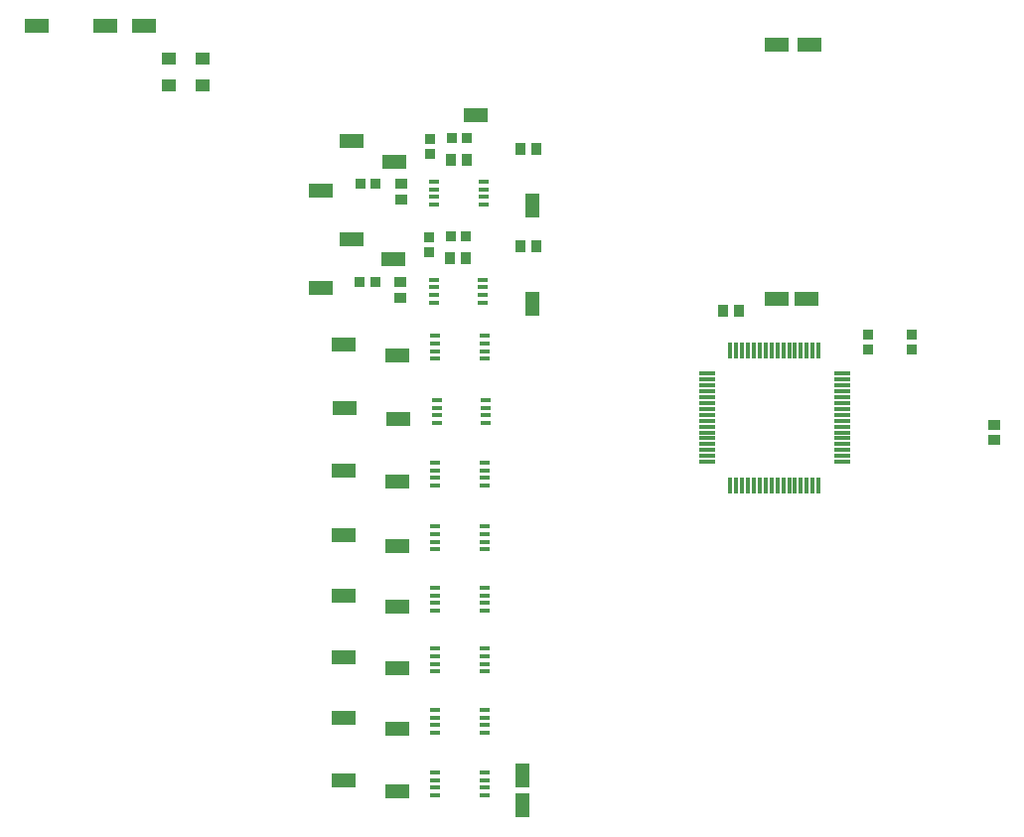
<source format=gtp>
G04*
G04 #@! TF.GenerationSoftware,Altium Limited,Altium Designer,19.1.8 (144)*
G04*
G04 Layer_Color=8421504*
%FSLAX25Y25*%
%MOIN*%
G70*
G01*
G75*
%ADD15R,0.03543X0.03937*%
%ADD16R,0.08071X0.04528*%
%ADD17R,0.05118X0.04331*%
%ADD18R,0.03937X0.03543*%
%ADD19R,0.03740X0.03347*%
%ADD20R,0.01181X0.05315*%
%ADD21R,0.05315X0.01181*%
%ADD22R,0.03500X0.01654*%
%ADD23R,0.03347X0.03740*%
%ADD24R,0.04528X0.08071*%
D15*
X246607Y176035D02*
D03*
X251922D02*
D03*
X154931Y193607D02*
D03*
X160246D02*
D03*
X178342Y197500D02*
D03*
X183658D02*
D03*
X178589Y230356D02*
D03*
X183905D02*
D03*
X155178Y226463D02*
D03*
X160493D02*
D03*
D16*
X274528Y180035D02*
D03*
X264365D02*
D03*
X264463Y265443D02*
D03*
X275500D02*
D03*
X137000Y14500D02*
D03*
X119098Y18157D02*
D03*
X137000Y35500D02*
D03*
X119098Y39157D02*
D03*
X137000Y97000D02*
D03*
X119098Y100657D02*
D03*
X137000Y118500D02*
D03*
X119098Y122157D02*
D03*
X137000Y76500D02*
D03*
X119098Y80157D02*
D03*
X137000Y56000D02*
D03*
X119098Y59657D02*
D03*
X137500Y139500D02*
D03*
X119598Y143157D02*
D03*
X137000Y161000D02*
D03*
X119098Y164657D02*
D03*
X135917Y193215D02*
D03*
X136164Y226071D02*
D03*
X121671Y200000D02*
D03*
X121918Y232856D02*
D03*
X111317Y183500D02*
D03*
X111564Y216356D02*
D03*
X163323Y241740D02*
D03*
X52268Y271500D02*
D03*
X16000D02*
D03*
X39000Y271500D02*
D03*
D17*
X71759Y260528D02*
D03*
Y251472D02*
D03*
X60358Y260720D02*
D03*
Y251665D02*
D03*
D18*
X337465Y137784D02*
D03*
Y132468D02*
D03*
X138089Y180450D02*
D03*
Y185765D02*
D03*
X138336Y213306D02*
D03*
Y218621D02*
D03*
D19*
X309646Y168047D02*
D03*
Y162929D02*
D03*
X295151Y168047D02*
D03*
Y162929D02*
D03*
X147730Y200774D02*
D03*
Y195656D02*
D03*
X147977Y233630D02*
D03*
Y228512D02*
D03*
D20*
X278465Y162685D02*
D03*
X276497D02*
D03*
X274528D02*
D03*
X272560D02*
D03*
X270591D02*
D03*
X268623D02*
D03*
X266654D02*
D03*
X264686D02*
D03*
X262717D02*
D03*
X260749D02*
D03*
X258780D02*
D03*
X256812D02*
D03*
X254843D02*
D03*
X252875D02*
D03*
X250906D02*
D03*
X248938D02*
D03*
Y117409D02*
D03*
X250906D02*
D03*
X252875D02*
D03*
X254843D02*
D03*
X256812D02*
D03*
X258780D02*
D03*
X260749D02*
D03*
X262717D02*
D03*
X264686D02*
D03*
X266654D02*
D03*
X268623D02*
D03*
X270591D02*
D03*
X272560D02*
D03*
X274528D02*
D03*
X276497D02*
D03*
X278465D02*
D03*
D21*
X241064Y154811D02*
D03*
Y152842D02*
D03*
Y150874D02*
D03*
Y148906D02*
D03*
Y146937D02*
D03*
Y144968D02*
D03*
Y143000D02*
D03*
Y141032D02*
D03*
Y139063D02*
D03*
Y137094D02*
D03*
Y135126D02*
D03*
Y133158D02*
D03*
Y131189D02*
D03*
Y129220D02*
D03*
Y127252D02*
D03*
Y125284D02*
D03*
X286339D02*
D03*
Y127252D02*
D03*
Y129220D02*
D03*
Y131189D02*
D03*
Y133158D02*
D03*
Y135126D02*
D03*
Y137094D02*
D03*
Y139063D02*
D03*
Y141032D02*
D03*
Y143000D02*
D03*
Y144968D02*
D03*
Y146937D02*
D03*
Y148906D02*
D03*
Y150874D02*
D03*
Y152842D02*
D03*
Y154811D02*
D03*
D22*
X166388Y159819D02*
D03*
Y162378D02*
D03*
Y164937D02*
D03*
Y167496D02*
D03*
X149809Y159819D02*
D03*
Y162378D02*
D03*
Y164937D02*
D03*
Y167496D02*
D03*
X166888Y138319D02*
D03*
Y140878D02*
D03*
Y143437D02*
D03*
Y145996D02*
D03*
X150309Y138319D02*
D03*
Y140878D02*
D03*
Y143437D02*
D03*
Y145996D02*
D03*
X166388Y117319D02*
D03*
Y119878D02*
D03*
Y122437D02*
D03*
Y124996D02*
D03*
X149809Y117319D02*
D03*
Y119878D02*
D03*
Y122437D02*
D03*
Y124996D02*
D03*
X166388Y95819D02*
D03*
Y98378D02*
D03*
Y100937D02*
D03*
Y103496D02*
D03*
X149809Y95819D02*
D03*
Y98378D02*
D03*
Y100937D02*
D03*
Y103496D02*
D03*
X166388Y75319D02*
D03*
Y77878D02*
D03*
Y80437D02*
D03*
Y82996D02*
D03*
X149809Y75319D02*
D03*
Y77878D02*
D03*
Y80437D02*
D03*
Y82996D02*
D03*
X166388Y54819D02*
D03*
Y57378D02*
D03*
Y59937D02*
D03*
Y62496D02*
D03*
X149809Y54819D02*
D03*
Y57378D02*
D03*
Y59937D02*
D03*
Y62496D02*
D03*
X166388Y34319D02*
D03*
Y36878D02*
D03*
Y39437D02*
D03*
Y41996D02*
D03*
X149809Y34319D02*
D03*
Y36878D02*
D03*
Y39437D02*
D03*
Y41996D02*
D03*
Y20996D02*
D03*
Y18437D02*
D03*
Y15878D02*
D03*
Y13319D02*
D03*
X166388Y20996D02*
D03*
Y18437D02*
D03*
Y15878D02*
D03*
Y13319D02*
D03*
X165878Y178769D02*
D03*
Y181328D02*
D03*
Y183887D02*
D03*
Y186446D02*
D03*
X149300Y178769D02*
D03*
Y181328D02*
D03*
Y183887D02*
D03*
Y186446D02*
D03*
X166125Y211625D02*
D03*
Y214184D02*
D03*
Y216743D02*
D03*
Y219302D02*
D03*
X149547Y211625D02*
D03*
Y214184D02*
D03*
Y216743D02*
D03*
Y219302D02*
D03*
D23*
X124530Y185765D02*
D03*
X129648D02*
D03*
X155030Y201107D02*
D03*
X160148D02*
D03*
X155277Y233963D02*
D03*
X160395D02*
D03*
X129895Y218621D02*
D03*
X124777D02*
D03*
D24*
X179000Y20027D02*
D03*
X179000Y10027D02*
D03*
X182348Y178460D02*
D03*
X182595Y211315D02*
D03*
M02*

</source>
